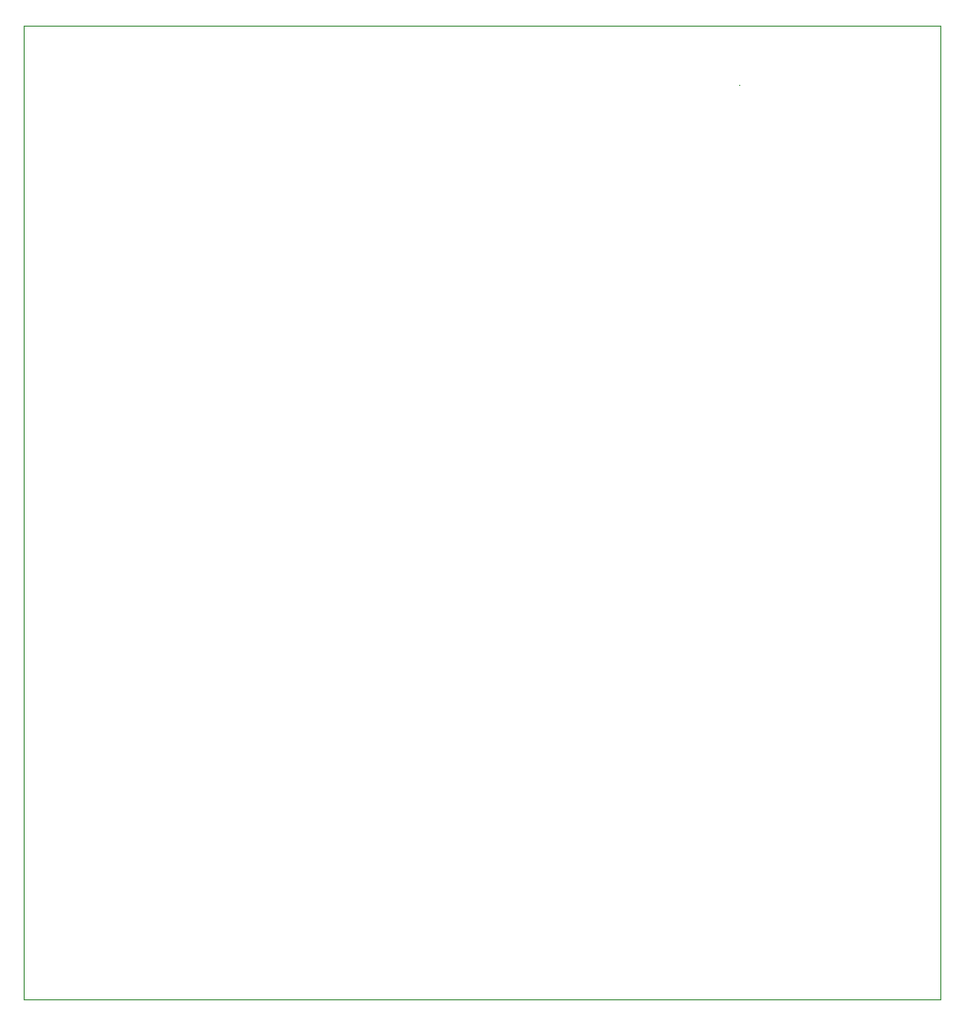
<source format=gbr>
%TF.GenerationSoftware,KiCad,Pcbnew,(6.0.9)*%
%TF.CreationDate,2022-11-16T12:37:32-05:00*%
%TF.ProjectId,Project.1,50726f6a-6563-4742-9e31-2e6b69636164,rev?*%
%TF.SameCoordinates,Original*%
%TF.FileFunction,Profile,NP*%
%FSLAX46Y46*%
G04 Gerber Fmt 4.6, Leading zero omitted, Abs format (unit mm)*
G04 Created by KiCad (PCBNEW (6.0.9)) date 2022-11-16 12:37:32*
%MOMM*%
%LPD*%
G01*
G04 APERTURE LIST*
%TA.AperFunction,Profile*%
%ADD10C,0.100000*%
%TD*%
G04 APERTURE END LIST*
D10*
X152400000Y-45718198D02*
X152400000Y-45718198D01*
X152400000Y-45718198D02*
X152400000Y-45718198D01*
X152400000Y-45718198D02*
X152400000Y-45718198D01*
X152400000Y-45718198D02*
X152400000Y-45718198D01*
X169670000Y-40620000D02*
X90930000Y-40620000D01*
X90930000Y-40620000D02*
X90930000Y-124200000D01*
X90930000Y-124200000D02*
X169670000Y-124200000D01*
X169670000Y-124200000D02*
X169670000Y-40620000D01*
M02*

</source>
